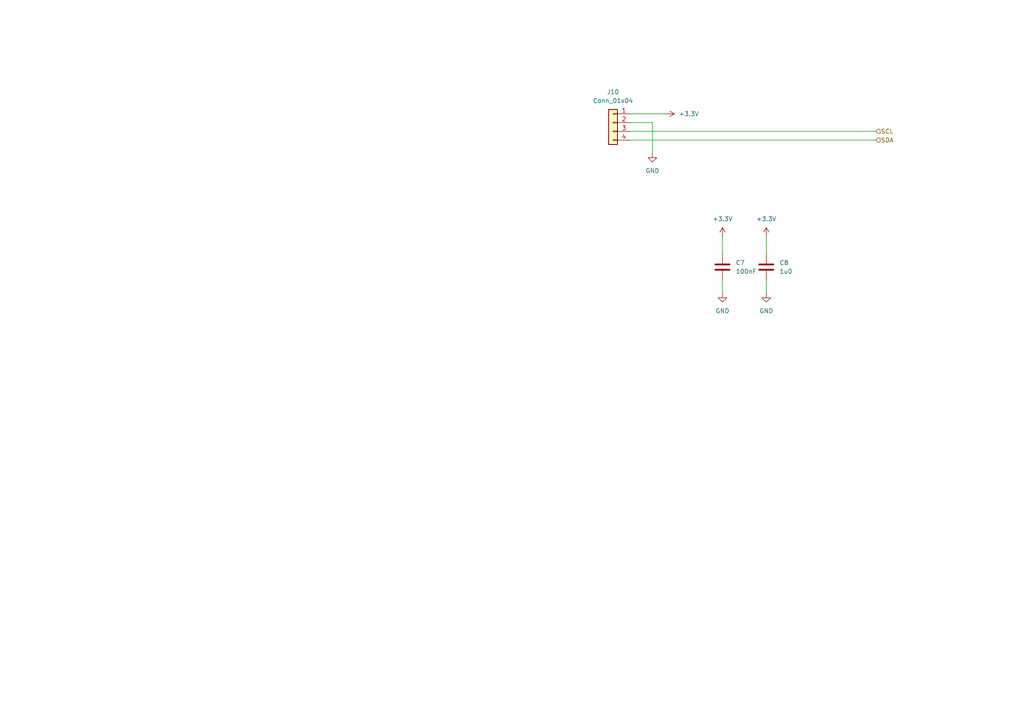
<source format=kicad_sch>
(kicad_sch (version 20231120) (generator "eeschema") (generator_version "8.0")
  (paper "A4")
  (lib_symbols
    (symbol "Connector_Generic:Conn_01x04" (pin_names (offset 1.016) hide)
      (property "Reference" "J" (at 0 5.08 0))
      (property "Value" "Conn_01x04" (at 0 -7.62 0))
      (symbol "Conn_01x04_1_1"
        (rectangle (start -1.27 -4.953) (end 0 -5.207) (stroke (width 0.1524)))
        (rectangle (start -1.27 -2.413) (end 0 -2.667) (stroke (width 0.1524)))
        (rectangle (start -1.27 0.127) (end 0 -0.127) (stroke (width 0.1524)))
        (rectangle (start -1.27 2.667) (end 0 2.413) (stroke (width 0.1524)))
        (rectangle (start -1.27 3.81) (end 1.27 -6.35) (stroke (width 0.254)) (fill (type background)))
        (pin passive line (at -5.08 2.54 0) (length 3.81) (name "Pin_1") (number "1"))
        (pin passive line (at -5.08 0 0) (length 3.81) (name "Pin_2") (number "2"))
        (pin passive line (at -5.08 -2.54 0) (length 3.81) (name "Pin_3") (number "3"))
        (pin passive line (at -5.08 -5.08 0) (length 3.81) (name "Pin_4") (number "4"))
      )
    )
    (symbol "Device:C" (pin_numbers hide) (pin_names (offset 0.254))
      (property "Reference" "C" (at 0.635 2.54 0))
      (property "Value" "C" (at 0.635 -2.54 0))
      (symbol "C_0_1"
        (polyline (pts (xy -2.032 -0.762) (xy 2.032 -0.762)) (stroke (width 0.508)))
        (polyline (pts (xy -2.032 0.762) (xy 2.032 0.762)) (stroke (width 0.508)))
      )
      (symbol "C_1_1"
        (pin passive line (at 0 3.81 270) (length 2.794) (name "~") (number "1"))
        (pin passive line (at 0 -3.81 90) (length 2.794) (name "~") (number "2"))
      )
    )
    (symbol "power:+3.3V" (power) (pin_numbers hide) (pin_names (offset 0) hide)
      (property "Value" "+3.3V" (at 0 3.556 0))
      (symbol "+3.3V_0_1"
        (polyline (pts (xy -0.762 1.27) (xy 0 2.54)))
        (polyline (pts (xy 0 0) (xy 0 2.54)))
        (polyline (pts (xy 0 2.54) (xy 0.762 1.27)))
      )
      (symbol "+3.3V_1_1"
        (pin power_in line (at 0 0 90) (length 0) (name "~") (number "1"))
      )
    )
    (symbol "power:GND" (power) (pin_numbers hide) (pin_names (offset 0) hide)
      (property "Value" "GND" (at 0 -3.81 0))
      (symbol "GND_0_1"
        (polyline (pts (xy 0 0) (xy 0 -1.27) (xy 1.27 -1.27) (xy 0 -2.54) (xy -1.27 -1.27) (xy 0 -1.27)))
      )
      (symbol "GND_1_1"
        (pin power_in line (at 0 0 270) (length 0) (name "~") (number "1"))
      )
    )
  )
  (wire (pts (xy 222.25 68.58) (xy 222.25 73.66)))
  (wire (pts (xy 209.55 81.28) (xy 209.55 85.09)))
  (wire (pts (xy 182.88 35.56) (xy 189.23 35.56)))
  (wire (pts (xy 182.88 33.02) (xy 193.04 33.02)))
  (wire (pts (xy 182.88 40.64) (xy 254 40.64)))
  (wire (pts (xy 189.23 35.56) (xy 189.23 44.45)))
  (wire (pts (xy 182.88 38.1) (xy 254 38.1)))
  (wire (pts (xy 222.25 81.28) (xy 222.25 85.09)))
  (wire (pts (xy 209.55 68.58) (xy 209.55 73.66)))
  (hierarchical_label "SDA" (shape input) (at 254 40.64 0))
  (hierarchical_label "SCL" (shape input) (at 254 38.1 0))
  (symbol (lib_id "power:+3.3V") (at 193.04 33.02 270) (unit 1)
    (property "Reference" "#PWR076" (effects (hide yes)))
    (property "Value" "+3.3V" (at 196.85 33.0199 90) (effects (justify left)))
    (property "Description" "Power symbol creates a global label with name \"+3.3V\"" (effects (hide yes)))
  )
  (symbol (lib_id "power:+3.3V") (at 209.55 68.58 0) (unit 1)
    (property "Reference" "#PWR031" (effects (hide yes)))
    (property "Value" "+3.3V" (at 209.55 63.5 0))
    (property "Description" "Power symbol creates a global label with name \"+3.3V\"" (effects (hide yes)))
  )
  (symbol (lib_id "power:GND") (at 189.23 44.45 0) (unit 1)
    (property "Reference" "#PWR075" (effects (hide yes)))
    (property "Value" "GND" (at 189.23 49.53 0))
    (property "Description" "Power symbol creates a global label with name \"GND\" , ground" (effects (hide yes)))
  )
  (symbol (lib_id "power:+3.3V") (at 222.25 68.58 0) (unit 1)
    (property "Reference" "#PWR033" (effects (hide yes)))
    (property "Value" "+3.3V" (at 222.25 63.5 0))
    (property "Description" "Power symbol creates a global label with name \"+3.3V\"" (effects (hide yes)))
  )
  (symbol (lib_id "Device:C") (at 222.25 77.47 0) (unit 1)
    (property "Reference" "C8" (at 226.06 76.1999 0) (effects (justify left)))
    (property "Value" "1u0" (at 226.06 78.7399 0) (effects (justify left)))
    (property "Footprint" "Capacitor_SMD:C_0603_1608Metric" (effects (hide yes)))
    (property "Description" "Unpolarized capacitor" (effects (hide yes)))
  )
  (symbol (lib_id "power:GND") (at 222.25 85.09 0) (unit 1)
    (property "Reference" "#PWR034" (effects (hide yes)))
    (property "Value" "GND" (at 222.25 90.17 0))
    (property "Description" "Power symbol creates a global label with name \"GND\" , ground" (effects (hide yes)))
  )
  (symbol (lib_id "Device:C") (at 209.55 77.47 0) (unit 1)
    (property "Reference" "C7" (at 213.36 76.1999 0) (effects (justify left)))
    (property "Value" "100nF" (at 213.36 78.7399 0) (effects (justify left)))
    (property "Footprint" "Capacitor_SMD:C_0603_1608Metric" (effects (hide yes)))
    (property "Description" "Unpolarized capacitor" (effects (hide yes)))
  )
  (symbol (lib_id "Connector_Generic:Conn_01x04") (at 177.8 35.56 0) (mirror y) (unit 1)
    (property "Reference" "J10" (at 177.8 26.67 0))
    (property "Value" "Conn_01x04" (at 177.8 29.21 0))
    (property "Footprint" "Connector_PinHeader_2.54mm:PinHeader_1x04_P2.54mm_Vertical" (effects (hide yes)))
    (property "Description" "Generic connector, single row, 01x04, script generated (kicad-library-utils/schlib/autogen/connector/)" (effects (hide yes)))
  )
  (symbol (lib_id "power:GND") (at 209.55 85.09 0) (unit 1)
    (property "Reference" "#PWR032" (effects (hide yes)))
    (property "Value" "GND" (at 209.55 90.17 0))
    (property "Description" "Power symbol creates a global label with name \"GND\" , ground" (effects (hide yes)))
  )
)
</source>
